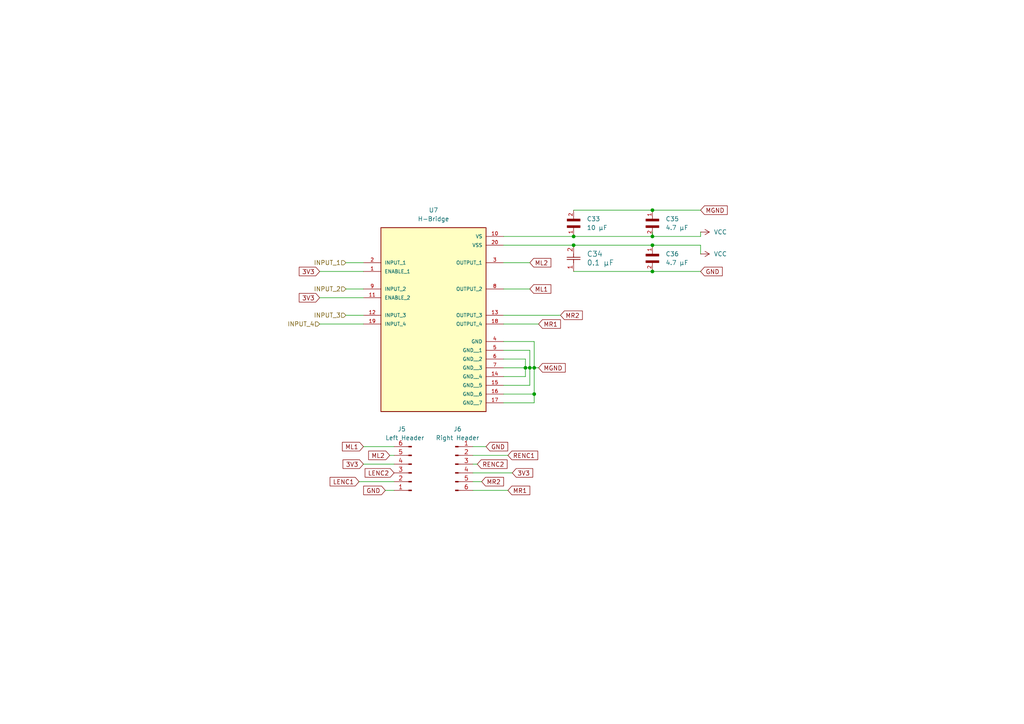
<source format=kicad_sch>
(kicad_sch (version 20250114) (generator "eeschema") (generator_version "9.0")
  (paper "A4")
  (lib_symbols
    (symbol "0.1µFCapacitor_2025-12-15_19-47-12:0402B104K160CT" (pin_names (offset 0.254))
      (property "Reference" "C" (at 3.81 3.81 0))
      (property "Value" "0402B104K160CT" (at 3.81 -3.81 0))
      (symbol "0402B104K160CT_1_1"
        (polyline (pts (xy 2.54 0) (xy 3.4798 0)) (stroke (width 0.2032)))
        (polyline (pts (xy 3.4798 -1.905) (xy 3.4798 1.905)) (stroke (width 0.2032)))
        (polyline (pts (xy 4.1148 0) (xy 5.08 0)) (stroke (width 0.2032)))
        (polyline (pts (xy 4.1148 -1.905) (xy 4.1148 1.905)) (stroke (width 0.2032)))
        (pin unspecified line (at 0 0 0) (length 2.54) (name "") (number "1"))
        (pin unspecified line (at 7.62 0 180) (length 2.54) (name "") (number "2"))
      )
      (symbol "0402B104K160CT_1_2"
        (polyline (pts (xy -1.905 -3.4798) (xy 1.905 -3.4798)) (stroke (width 0.2032)))
        (polyline (pts (xy -1.905 -4.1148) (xy 1.905 -4.1148)) (stroke (width 0.2032)))
        (polyline (pts (xy 0 -2.54) (xy 0 -3.4798)) (stroke (width 0.2032)))
        (polyline (pts (xy 0 -4.1148) (xy 0 -5.08)) (stroke (width 0.2032)))
        (pin unspecified line (at 0 0 270) (length 2.54) (name "") (number "1"))
        (pin unspecified line (at 0 -7.62 90) (length 2.54) (name "") (number "2"))
      )
    )
    (symbol "10µFCapacitor_CL21B106KOQNNNE:CL21B106KOQNNNE" (pin_names (offset 1.016))
      (property "Reference" "C" (at 0 3.8109 0))
      (property "Value" "CL21B106KOQNNNE" (at 0 -5.0885 0))
      (symbol "CL21B106KOQNNNE_0_0"
        (rectangle (start 0 -1.9069) (end 0.635 1.905) (stroke (width 0.1)) (fill (type outline)))
        (rectangle (start 1.9069 -1.9069) (end 2.54 1.905) (stroke (width 0.1)) (fill (type outline)))
        (pin passive line (at -2.54 0 0) (length 2.54) (name "~") (number "1"))
        (pin passive line (at 5.08 0 180) (length 2.54) (name "~") (number "2"))
      )
    )
    (symbol "4.7µFCapacitor_CL10A475KP8NNNC:CL10A475KP8NNNC" (pin_names (offset 1.016))
      (property "Reference" "C" (at 0 3.8109 0))
      (property "Value" "CL10A475KP8NNNC" (at 0 -5.0885 0))
      (symbol "CL10A475KP8NNNC_0_0"
        (rectangle (start 0 -1.9069) (end 0.635 1.905) (stroke (width 0.1)) (fill (type outline)))
        (rectangle (start 1.9069 -1.9069) (end 2.54 1.905) (stroke (width 0.1)) (fill (type outline)))
        (pin passive line (at -2.54 0 0) (length 2.54) (name "~") (number "1"))
        (pin passive line (at 5.08 0 180) (length 2.54) (name "~") (number "2"))
      )
    )
    (symbol "Connector:Conn_01x06_Pin" (pin_names (offset 1.016) (hide yes))
      (property "Reference" "J" (at 0 7.62 0))
      (property "Value" "Conn_01x06_Pin" (at 0 -10.16 0))
      (symbol "Conn_01x06_Pin_1_1"
        (rectangle (start 0.8636 5.207) (end 0 4.953) (stroke (width 0.1524)) (fill (type outline)))
        (rectangle (start 0.8636 2.667) (end 0 2.413) (stroke (width 0.1524)) (fill (type outline)))
        (rectangle (start 0.8636 0.127) (end 0 -0.127) (stroke (width 0.1524)) (fill (type outline)))
        (rectangle (start 0.8636 -2.413) (end 0 -2.667) (stroke (width 0.1524)) (fill (type outline)))
        (rectangle (start 0.8636 -4.953) (end 0 -5.207) (stroke (width 0.1524)) (fill (type outline)))
        (rectangle (start 0.8636 -7.493) (end 0 -7.747) (stroke (width 0.1524)) (fill (type outline)))
        (polyline (pts (xy 1.27 5.08) (xy 0.8636 5.08)) (stroke (width 0.1524)))
        (polyline (pts (xy 1.27 2.54) (xy 0.8636 2.54)) (stroke (width 0.1524)))
        (polyline (pts (xy 1.27 0) (xy 0.8636 0)) (stroke (width 0.1524)))
        (polyline (pts (xy 1.27 -2.54) (xy 0.8636 -2.54)) (stroke (width 0.1524)))
        (polyline (pts (xy 1.27 -5.08) (xy 0.8636 -5.08)) (stroke (width 0.1524)))
        (polyline (pts (xy 1.27 -7.62) (xy 0.8636 -7.62)) (stroke (width 0.1524)))
        (pin passive line (at 5.08 5.08 180) (length 3.81) (name "Pin_1") (number "1"))
        (pin passive line (at 5.08 2.54 180) (length 3.81) (name "Pin_2") (number "2"))
        (pin passive line (at 5.08 0 180) (length 3.81) (name "Pin_3") (number "3"))
        (pin passive line (at 5.08 -2.54 180) (length 3.81) (name "Pin_4") (number "4"))
        (pin passive line (at 5.08 -5.08 180) (length 3.81) (name "Pin_5") (number "5"))
        (pin passive line (at 5.08 -7.62 180) (length 3.81) (name "Pin_6") (number "6"))
      )
    )
    (symbol "HBridge_L293DD:L293DD" (pin_names (offset 1.016))
      (property "Reference" "U" (at -15 18.7 0))
      (property "Value" "L293DD" (at -15 -37.78 0))
      (symbol "L293DD_0_0"
        (rectangle (start -15.24 -35.56) (end 15.24 17.78) (stroke (width 0.254)) (fill (type background)))
        (pin input line (at -20.32 7.62 0) (length 5.08) (name "INPUT_1") (number "2"))
        (pin input line (at -20.32 5.08 0) (length 5.08) (name "ENABLE_1") (number "1"))
        (pin input line (at -20.32 0 0) (length 5.08) (name "INPUT_2") (number "9"))
        (pin input line (at -20.32 -2.54 0) (length 5.08) (name "ENABLE_2") (number "11"))
        (pin input line (at -20.32 -7.62 0) (length 5.08) (name "INPUT_3") (number "12"))
        (pin input line (at -20.32 -10.16 0) (length 5.08) (name "INPUT_4") (number "19"))
        (pin power_in line (at 20.32 15.24 180) (length 5.08) (name "VS") (number "10"))
        (pin power_in line (at 20.32 12.7 180) (length 5.08) (name "VSS") (number "20"))
        (pin output line (at 20.32 7.62 180) (length 5.08) (name "OUTPUT_1") (number "3"))
        (pin output line (at 20.32 0 180) (length 5.08) (name "OUTPUT_2") (number "8"))
        (pin output line (at 20.32 -7.62 180) (length 5.08) (name "OUTPUT_3") (number "13"))
        (pin output line (at 20.32 -10.16 180) (length 5.08) (name "OUTPUT_4") (number "18"))
        (pin power_in line (at 20.32 -15.24 180) (length 5.08) (name "GND") (number "4"))
        (pin power_in line (at 20.32 -17.78 180) (length 5.08) (name "GND__1") (number "5"))
        (pin power_in line (at 20.32 -20.32 180) (length 5.08) (name "GND__2") (number "6"))
        (pin power_in line (at 20.32 -22.86 180) (length 5.08) (name "GND__3") (number "7"))
        (pin power_in line (at 20.32 -25.4 180) (length 5.08) (name "GND__4") (number "14"))
        (pin power_in line (at 20.32 -27.94 180) (length 5.08) (name "GND__5") (number "15"))
        (pin power_in line (at 20.32 -30.48 180) (length 5.08) (name "GND__6") (number "16"))
        (pin power_in line (at 20.32 -33.02 180) (length 5.08) (name "GND__7") (number "17"))
      )
    )
    (symbol "power:VCC" (power) (pin_numbers (hide yes)) (pin_names (offset 0) (hide yes))
      (property "Value" "VCC" (at 0 3.556 0))
      (symbol "VCC_0_1"
        (polyline (pts (xy -0.762 1.27) (xy 0 2.54)))
        (polyline (pts (xy 0 2.54) (xy 0.762 1.27)))
        (polyline (pts (xy 0 0) (xy 0 2.54)))
      )
      (symbol "VCC_1_1"
        (pin power_in line (at 0 0 90) (length 0) (name "~") (number "1"))
      )
    )
  )
  (junction (at 152.4 106.68))
  (junction (at 189.23 71.12))
  (junction (at 154.94 106.68))
  (junction (at 153.67 106.68))
  (junction (at 166.37 71.12))
  (junction (at 189.23 68.58))
  (junction (at 154.94 114.3))
  (junction (at 189.23 78.74))
  (junction (at 189.23 60.96))
  (junction (at 166.37 68.58))
  (wire (pts (xy 146.05 71.12) (xy 166.37 71.12)))
  (wire (pts (xy 137.16 132.08) (xy 147.32 132.08)))
  (wire (pts (xy 100.33 91.44) (xy 105.41 91.44)))
  (wire (pts (xy 146.05 68.58) (xy 166.37 68.58)))
  (wire (pts (xy 153.67 106.68) (xy 154.94 106.68)))
  (wire (pts (xy 166.37 71.12) (xy 189.23 71.12)))
  (wire (pts (xy 146.05 114.3) (xy 154.94 114.3)))
  (wire (pts (xy 111.76 142.24) (xy 114.3 142.24)))
  (wire (pts (xy 92.71 78.74) (xy 105.41 78.74)))
  (wire (pts (xy 189.23 60.96) (xy 203.2 60.96)))
  (wire (pts (xy 92.71 93.98) (xy 105.41 93.98)))
  (wire (pts (xy 105.41 129.54) (xy 114.3 129.54)))
  (wire (pts (xy 113.03 132.08) (xy 114.3 132.08)))
  (wire (pts (xy 154.94 99.06) (xy 154.94 106.68)))
  (wire (pts (xy 137.16 129.54) (xy 140.97 129.54)))
  (wire (pts (xy 146.05 116.84) (xy 154.94 116.84)))
  (wire (pts (xy 189.23 68.58) (xy 189.23 67.31)))
  (wire (pts (xy 100.33 76.2) (xy 105.41 76.2)))
  (wire (pts (xy 189.23 78.74) (xy 203.2 78.74)))
  (wire (pts (xy 146.05 109.22) (xy 152.4 109.22)))
  (wire (pts (xy 105.41 134.62) (xy 114.3 134.62)))
  (wire (pts (xy 166.37 78.74) (xy 189.23 78.74)))
  (wire (pts (xy 153.67 101.6) (xy 153.67 106.68)))
  (wire (pts (xy 203.2 71.12) (xy 203.2 73.66)))
  (wire (pts (xy 146.05 83.82) (xy 153.67 83.82)))
  (wire (pts (xy 146.05 106.68) (xy 152.4 106.68)))
  (wire (pts (xy 104.14 139.7) (xy 114.3 139.7)))
  (wire (pts (xy 146.05 104.14) (xy 152.4 104.14)))
  (wire (pts (xy 137.16 137.16) (xy 148.59 137.16)))
  (wire (pts (xy 166.37 60.96) (xy 189.23 60.96)))
  (wire (pts (xy 166.37 68.58) (xy 189.23 68.58)))
  (wire (pts (xy 146.05 93.98) (xy 156.21 93.98)))
  (wire (pts (xy 100.33 83.82) (xy 105.41 83.82)))
  (wire (pts (xy 154.94 106.68) (xy 154.94 114.3)))
  (wire (pts (xy 146.05 76.2) (xy 153.67 76.2)))
  (wire (pts (xy 189.23 68.58) (xy 203.2 68.58)))
  (wire (pts (xy 146.05 99.06) (xy 154.94 99.06)))
  (wire (pts (xy 137.16 139.7) (xy 139.7 139.7)))
  (wire (pts (xy 154.94 106.68) (xy 156.21 106.68)))
  (wire (pts (xy 154.94 114.3) (xy 154.94 116.84)))
  (wire (pts (xy 203.2 68.58) (xy 203.2 67.31)))
  (wire (pts (xy 137.16 142.24) (xy 147.32 142.24)))
  (wire (pts (xy 137.16 134.62) (xy 138.43 134.62)))
  (wire (pts (xy 189.23 71.12) (xy 203.2 71.12)))
  (wire (pts (xy 146.05 101.6) (xy 153.67 101.6)))
  (wire (pts (xy 152.4 106.68) (xy 153.67 106.68)))
  (wire (pts (xy 153.67 111.76) (xy 153.67 106.68)))
  (wire (pts (xy 146.05 91.44) (xy 162.56 91.44)))
  (wire (pts (xy 152.4 109.22) (xy 152.4 106.68)))
  (wire (pts (xy 92.71 86.36) (xy 105.41 86.36)))
  (wire (pts (xy 152.4 104.14) (xy 152.4 106.68)))
  (wire (pts (xy 146.05 111.76) (xy 153.67 111.76)))
  (global_label "GND" (shape input) (at 203.2 78.74 0) (property "Intersheetrefs" "${INTERSHEET_REFS}" (effects (hide yes))))
  (global_label "RENC2" (shape input) (at 138.43 134.62 0) (property "Intersheetrefs" "${INTERSHEET_REFS}" (effects (hide yes))))
  (global_label "3V3" (shape input) (at 92.71 78.74 180) (property "Intersheetrefs" "${INTERSHEET_REFS}" (effects (hide yes))))
  (global_label "ML1" (shape input) (at 105.41 129.54 180) (property "Intersheetrefs" "${INTERSHEET_REFS}" (effects (hide yes))))
  (global_label "ML1" (shape input) (at 153.67 83.82 0) (property "Intersheetrefs" "${INTERSHEET_REFS}" (effects (hide yes))))
  (global_label "3V3" (shape input) (at 105.41 134.62 180) (property "Intersheetrefs" "${INTERSHEET_REFS}" (effects (hide yes))))
  (global_label "MR2" (shape input) (at 139.7 139.7 0) (property "Intersheetrefs" "${INTERSHEET_REFS}" (effects (hide yes))))
  (global_label "LENC1" (shape input) (at 104.14 139.7 180) (property "Intersheetrefs" "${INTERSHEET_REFS}" (effects (hide yes))))
  (global_label "MR2" (shape input) (at 162.56 91.44 0) (property "Intersheetrefs" "${INTERSHEET_REFS}" (effects (hide yes))))
  (global_label "3V3" (shape input) (at 148.59 137.16 0) (property "Intersheetrefs" "${INTERSHEET_REFS}" (effects (hide yes))))
  (global_label "GND" (shape input) (at 140.97 129.54 0) (property "Intersheetrefs" "${INTERSHEET_REFS}" (effects (hide yes))))
  (global_label "MR1" (shape input) (at 147.32 142.24 0) (property "Intersheetrefs" "${INTERSHEET_REFS}" (effects (hide yes))))
  (global_label "3V3" (shape input) (at 92.71 86.36 180) (property "Intersheetrefs" "${INTERSHEET_REFS}" (effects (hide yes))))
  (global_label "ML2" (shape input) (at 113.03 132.08 180) (property "Intersheetrefs" "${INTERSHEET_REFS}" (effects (hide yes))))
  (global_label "MGND" (shape input) (at 203.2 60.96 0) (property "Intersheetrefs" "${INTERSHEET_REFS}" (effects (hide yes))))
  (global_label "LENC2" (shape input) (at 114.3 137.16 180) (property "Intersheetrefs" "${INTERSHEET_REFS}" (effects (hide yes))))
  (global_label "GND" (shape input) (at 111.76 142.24 180) (property "Intersheetrefs" "${INTERSHEET_REFS}" (effects (hide yes))))
  (global_label "ML2" (shape input) (at 153.67 76.2 0) (property "Intersheetrefs" "${INTERSHEET_REFS}" (effects (hide yes))))
  (global_label "MR1" (shape input) (at 156.21 93.98 0) (property "Intersheetrefs" "${INTERSHEET_REFS}" (effects (hide yes))))
  (global_label "RENC1" (shape input) (at 147.32 132.08 0) (property "Intersheetrefs" "${INTERSHEET_REFS}" (effects (hide yes))))
  (global_label "MGND" (shape input) (at 156.21 106.68 0) (property "Intersheetrefs" "${INTERSHEET_REFS}" (effects (hide yes))))
  (hierarchical_label "INPUT_2" (shape input) (at 100.33 83.82 180))
  (hierarchical_label "INPUT_1" (shape input) (at 100.33 76.2 180))
  (hierarchical_label "INPUT_4" (shape input) (at 92.71 93.98 180))
  (hierarchical_label "INPUT_3" (shape input) (at 100.33 91.44 180))
  (symbol (lib_id "0.1µFCapacitor_2025-12-15_19-47-12:0402B104K160CT") (at 166.37 78.74 90) (unit 1)
    (property "Reference" "C34" (at 170.18 73.6599 90) (effects (font (size 1.524 1.524)) (justify right)))
    (property "Value" "0.1 µF" (at 170.18 76.1999 90) (effects (font (size 1.524 1.524)) (justify right)))
    (property "Footprint" "0.1µFCapacitor_footprints:CAP_0402_N_WAL-L" (effects (hide yes)))
    (property "Datasheet" "0402B104K160CT" (effects (hide yes)))
  )
  (symbol (lib_id "HBridge_L293DD:L293DD") (at 125.73 83.82 0) (unit 1)
    (property "Reference" "U7" (at 125.73 60.96 0))
    (property "Value" "H-Bridge" (at 125.73 63.5 0))
    (property "Footprint" "hbridge_L293DD:SOIC127P1032X265-20N" (effects (hide yes)))
    (property "PARTREV" "N/A" (effects (hide yes)))
    (property "STANDARD" "IPC-7351B" (effects (hide yes)))
    (property "MANUFACTURER" "STMicroelectronics" (effects (hide yes)))
  )
  (symbol (lib_id "power:VCC") (at 203.2 73.66 270) (unit 1)
    (property "Reference" "#PWR011" (effects (hide yes)))
    (property "Value" "VCC" (at 207.01 73.6599 90) (effects (justify left)))
    (property "Description" "Power symbol creates a global label with name \"VCC\"" (effects (hide yes)))
  )
  (symbol (lib_id "Connector:Conn_01x06_Pin") (at 132.08 134.62 0) (unit 1)
    (property "Reference" "J6" (at 132.715 124.46 0))
    (property "Value" "Right Header" (at 132.715 127 0))
    (property "Footprint" "Connector_PinHeader_1.27mm:PinHeader_1x06_P1.27mm_Vertical_SMD_Pin1Right" (effects (hide yes)))
    (property "Description" "Generic connector, single row, 01x06, script generated" (effects (hide yes)))
  )
  (symbol (lib_id "4.7µFCapacitor_CL10A475KP8NNNC:CL10A475KP8NNNC") (at 189.23 73.66 270) (unit 1)
    (property "Reference" "C36" (at 193.04 73.6599 90) (effects (justify left)))
    (property "Value" "4.7 µF" (at 193.04 76.1999 90) (effects (justify left)))
    (property "Footprint" "CL10A475KP8NNNC:CAPC1608X90N" (effects (hide yes)))
    (property "E_max" "0.9" (effects (hide yes)))
    (property "L_max" "0.5" (effects (hide yes)))
    (property "A_max" "0.9" (effects (hide yes)))
    (property "L1_nom" "0.3" (effects (hide yes)))
    (property "D_max" "1.7" (effects (hide yes)))
    (property "A_nom" "0.9" (effects (hide yes)))
    (property "L1_max" "0.5" (effects (hide yes)))
    (property "L1_min" "0.1" (effects (hide yes)))
    (property "A_min" "0.9" (effects (hide yes)))
    (property "E_min" "0.7" (effects (hide yes)))
    (property "D_min" "1.5" (effects (hide yes)))
    (property "D_nom" "1.6" (effects (hide yes)))
    (property "E_nom" "0.8" (effects (hide yes)))
    (property "STANDARD" "IPC 7351B" (effects (hide yes)))
    (property "L_min" "0.1" (effects (hide yes)))
    (property "L_nom" "0.3" (effects (hide yes)))
    (property "MANUFACTURER" "Samsung Electro-Mechanics" (effects (hide yes)))
  )
  (symbol (lib_id "Connector:Conn_01x06_Pin") (at 119.38 137.16 180) (unit 1)
    (property "Reference" "J5" (at 115.316 124.46 0) (effects (justify right)))
    (property "Value" "Left Header" (at 111.76 127 0) (effects (justify right)))
    (property "Footprint" "Connector_PinHeader_1.27mm:PinHeader_1x06_P1.27mm_Vertical_SMD_Pin1Left" (effects (hide yes)))
    (property "Description" "Generic connector, single row, 01x06, script generated" (effects (hide yes)))
  )
  (symbol (lib_id "4.7µFCapacitor_CL10A475KP8NNNC:CL10A475KP8NNNC") (at 189.23 63.5 270) (unit 1)
    (property "Reference" "C35" (at 193.04 63.4999 90) (effects (justify left)))
    (property "Value" "4.7 µF" (at 193.04 66.0399 90) (effects (justify left)))
    (property "Footprint" "CL10A475KP8NNNC:CAPC1608X90N" (effects (hide yes)))
    (property "E_max" "0.9" (effects (hide yes)))
    (property "L_max" "0.5" (effects (hide yes)))
    (property "A_max" "0.9" (effects (hide yes)))
    (property "L1_nom" "0.3" (effects (hide yes)))
    (property "D_max" "1.7" (effects (hide yes)))
    (property "A_nom" "0.9" (effects (hide yes)))
    (property "L1_max" "0.5" (effects (hide yes)))
    (property "L1_min" "0.1" (effects (hide yes)))
    (property "A_min" "0.9" (effects (hide yes)))
    (property "E_min" "0.7" (effects (hide yes)))
    (property "D_min" "1.5" (effects (hide yes)))
    (property "D_nom" "1.6" (effects (hide yes)))
    (property "E_nom" "0.8" (effects (hide yes)))
    (property "STANDARD" "IPC 7351B" (effects (hide yes)))
    (property "L_min" "0.1" (effects (hide yes)))
    (property "L_nom" "0.3" (effects (hide yes)))
    (property "MANUFACTURER" "Samsung Electro-Mechanics" (effects (hide yes)))
  )
  (symbol (lib_id "power:VCC") (at 203.2 67.31 270) (unit 1)
    (property "Reference" "#PWR010" (effects (hide yes)))
    (property "Value" "VCC" (at 207.01 67.3099 90) (effects (justify left)))
    (property "Description" "Power symbol creates a global label with name \"VCC\"" (effects (hide yes)))
  )
  (symbol (lib_id "10µFCapacitor_CL21B106KOQNNNE:CL21B106KOQNNNE") (at 166.37 66.04 90) (unit 1)
    (property "Reference" "C33" (at 170.18 63.4999 90) (effects (justify right)))
    (property "Value" "10 µF" (at 170.18 66.0399 90) (effects (justify right)))
    (property "Footprint" "CL21B106KOQNNNE:CAPC2012X140N" (effects (hide yes)))
    (property "E_max" "1.4" (effects (hide yes)))
    (property "L_max" "0.7" (effects (hide yes)))
    (property "A_max" "1.4" (effects (hide yes)))
    (property "L1_nom" "0.5" (effects (hide yes)))
    (property "D_max" "2.15" (effects (hide yes)))
    (property "A_nom" "1.4" (effects (hide yes)))
    (property "L1_max" "0.7" (effects (hide yes)))
    (property "L1_min" "0.2" (effects (hide yes)))
    (property "A_min" "1.4" (effects (hide yes)))
    (property "E_min" "1.1" (effects (hide yes)))
    (property "D_min" "1.85" (effects (hide yes)))
    (property "D_nom" "2.0" (effects (hide yes)))
    (property "E_nom" "1.25" (effects (hide yes)))
    (property "STANDARD" "IPC 7351B" (effects (hide yes)))
    (property "L_min" "0.2" (effects (hide yes)))
    (property "L_nom" "0.5" (effects (hide yes)))
    (property "MANUFACTURER" "Samsung Electro-Mechanics" (effects (hide yes)))
  )
)
</source>
